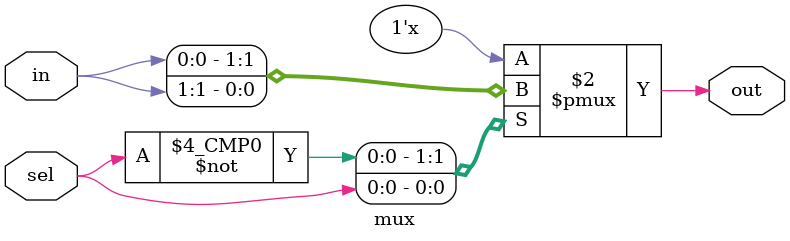
<source format=v>
/*module mux(input [1:0]in, input sel ,output reg out);
  always @(*)
    begin
      out=in[sel];
    end
  

endmodule
*/


module mux(input [1:0]in, input sel, output reg out);
  always @(*)
    begin
      case(sel)
        1'b0: out= in[0];
        1'b1: out=in[1];
      endcase
    end
endmodule

</source>
